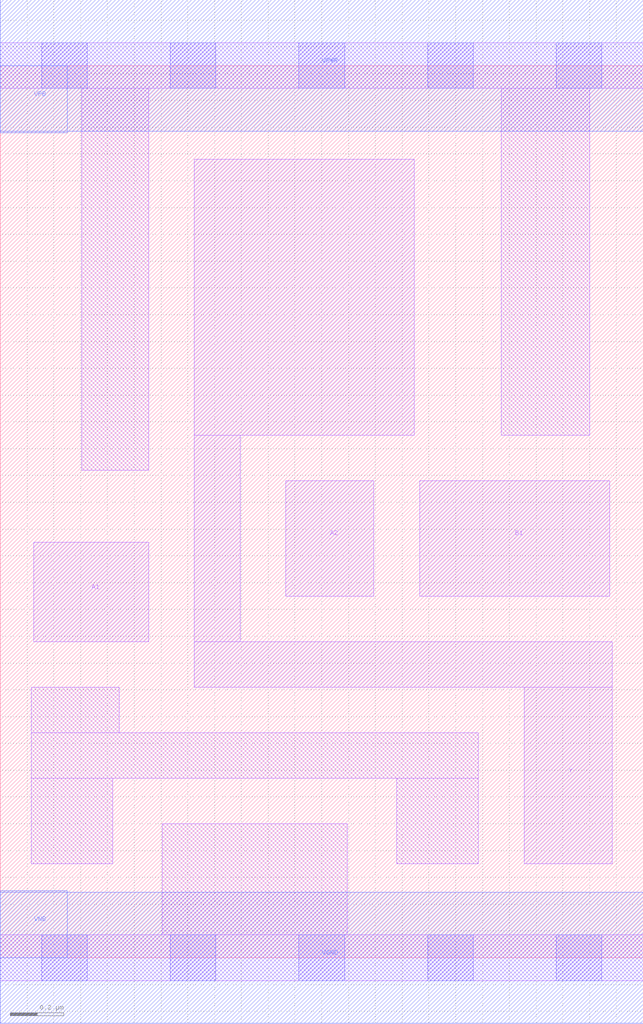
<source format=lef>
# Copyright 2020 The SkyWater PDK Authors
#
# Licensed under the Apache License, Version 2.0 (the "License");
# you may not use this file except in compliance with the License.
# You may obtain a copy of the License at
#
#     https://www.apache.org/licenses/LICENSE-2.0
#
# Unless required by applicable law or agreed to in writing, software
# distributed under the License is distributed on an "AS IS" BASIS,
# WITHOUT WARRANTIES OR CONDITIONS OF ANY KIND, either express or implied.
# See the License for the specific language governing permissions and
# limitations under the License.
#
# SPDX-License-Identifier: Apache-2.0

VERSION 5.5 ;
NAMESCASESENSITIVE ON ;
BUSBITCHARS "[]" ;
DIVIDERCHAR "/" ;
MACRO sky130_fd_sc_hs__o21ai_0
  CLASS CORE ;
  SOURCE USER ;
  ORIGIN  0.000000  0.000000 ;
  SIZE  2.400000 BY  3.330000 ;
  SYMMETRY X Y ;
  SITE unit ;
  PIN A1
    ANTENNAGATEAREA  0.279000 ;
    DIRECTION INPUT ;
    USE SIGNAL ;
    PORT
      LAYER li1 ;
        RECT 0.125000 1.180000 0.555000 1.550000 ;
    END
  END A1
  PIN A2
    ANTENNAGATEAREA  0.279000 ;
    DIRECTION INPUT ;
    USE SIGNAL ;
    PORT
      LAYER li1 ;
        RECT 1.065000 1.350000 1.395000 1.780000 ;
    END
  END A2
  PIN B1
    ANTENNAGATEAREA  0.279000 ;
    DIRECTION INPUT ;
    USE SIGNAL ;
    PORT
      LAYER li1 ;
        RECT 1.565000 1.350000 2.275000 1.780000 ;
    END
  END B1
  PIN Y
    ANTENNADIFFAREA  0.828300 ;
    DIRECTION OUTPUT ;
    USE SIGNAL ;
    PORT
      LAYER li1 ;
        RECT 0.725000 1.010000 2.285000 1.180000 ;
        RECT 0.725000 1.180000 0.895000 1.950000 ;
        RECT 0.725000 1.950000 1.545000 2.980000 ;
        RECT 1.955000 0.350000 2.285000 1.010000 ;
    END
  END Y
  PIN VGND
    DIRECTION INOUT ;
    USE GROUND ;
    PORT
      LAYER met1 ;
        RECT 0.000000 -0.245000 2.400000 0.245000 ;
    END
  END VGND
  PIN VNB
    DIRECTION INOUT ;
    USE GROUND ;
    PORT
      LAYER met1 ;
        RECT 0.000000 0.000000 0.250000 0.250000 ;
    END
  END VNB
  PIN VPB
    DIRECTION INOUT ;
    USE POWER ;
    PORT
      LAYER met1 ;
        RECT 0.000000 3.080000 0.250000 3.330000 ;
    END
  END VPB
  PIN VPWR
    DIRECTION INOUT ;
    USE POWER ;
    PORT
      LAYER met1 ;
        RECT 0.000000 3.085000 2.400000 3.575000 ;
    END
  END VPWR
  OBS
    LAYER li1 ;
      RECT 0.000000 -0.085000 2.400000 0.085000 ;
      RECT 0.000000  3.245000 2.400000 3.415000 ;
      RECT 0.115000  0.350000 0.420000 0.670000 ;
      RECT 0.115000  0.670000 1.785000 0.840000 ;
      RECT 0.115000  0.840000 0.445000 1.010000 ;
      RECT 0.305000  1.820000 0.555000 3.245000 ;
      RECT 0.605000  0.085000 1.295000 0.500000 ;
      RECT 1.480000  0.350000 1.785000 0.670000 ;
      RECT 1.870000  1.950000 2.200000 3.245000 ;
    LAYER mcon ;
      RECT 0.155000 -0.085000 0.325000 0.085000 ;
      RECT 0.155000  3.245000 0.325000 3.415000 ;
      RECT 0.635000 -0.085000 0.805000 0.085000 ;
      RECT 0.635000  3.245000 0.805000 3.415000 ;
      RECT 1.115000 -0.085000 1.285000 0.085000 ;
      RECT 1.115000  3.245000 1.285000 3.415000 ;
      RECT 1.595000 -0.085000 1.765000 0.085000 ;
      RECT 1.595000  3.245000 1.765000 3.415000 ;
      RECT 2.075000 -0.085000 2.245000 0.085000 ;
      RECT 2.075000  3.245000 2.245000 3.415000 ;
  END
END sky130_fd_sc_hs__o21ai_0
END LIBRARY

</source>
